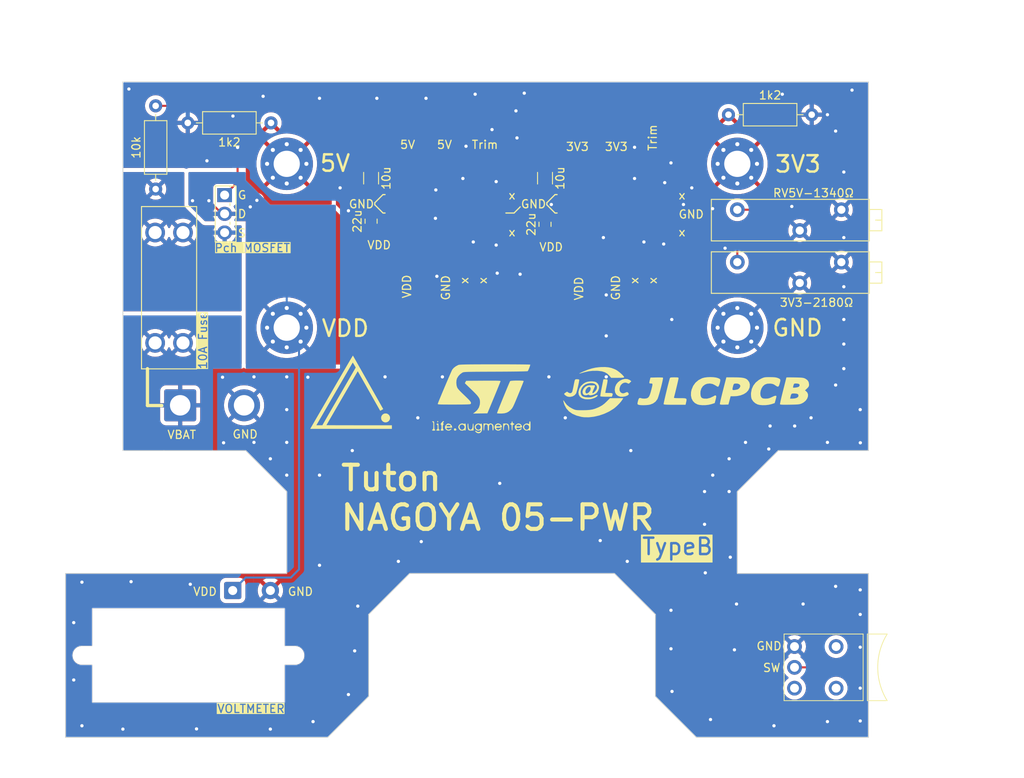
<source format=kicad_pcb>
(kicad_pcb (version 20221018) (generator pcbnew)
  (layers (0 "F.Cu" signal) (31 "B.Cu" signal) (34 "B.Paste" user) (35 "F.Paste" user) (36 "B.SilkS" user "B.Silkscreen") (37 "F.SilkS" user "F.Silkscreen") (38 "B.Mask" user) (39 "F.Mask" user) (44 "Edge.Cuts" user))
  (net 0 "")
  (net 1 "VDD")
  (net 2 "GND")
  (net 3 "+3V3")
  (net 4 "+5V")
  (net 5 "Net-(Q1-S)")
  (net 6 "Net-(J2-Pin_1)")
  (net 7 "Net-(Q1-G)")
  (net 8 "Net-(U2-Trim)")
  (net 9 "Net-(U1-Trim)")
  (footprint "Capacitor_SMD:C_0805_2012Metric_Pad1.18x1.45mm_HandSolder" (layer "F.Cu") (at 60.298 87 90)
    (fp_text reference "22u" (at 0 -1.68 90) (layer "F.SilkS"))
    (fp_text value "22uF")
    (pad "1" smd roundrect (at -1.0375 0 90) (size 1.175 1.45) (layers "F.Cu" "F.Paste" "F.Mask") (roundrect_rratio 0.2127659574) (net 1 "VDD"))
    (pad "2" smd roundrect (at 1.0375 0 90) (size 1.175 1.45) (layers "F.Cu" "F.Paste" "F.Mask") (roundrect_rratio 0.2127659574) (net 2 "GND"))
  )
  (footprint "Capacitor_SMD:C_0805_2012Metric_Pad1.18x1.45mm_HandSolder" (layer "F.Cu") (at 81.526 87.38 90)
    (fp_text reference "22u" (at 0 -1.68 90) (layer "F.SilkS"))
    (fp_text value "22uF")
    (pad "1" smd roundrect (at -1.0375 0 90) (size 1.175 1.45) (layers "F.Cu" "F.Paste" "F.Mask") (roundrect_rratio 0.2127659574) (net 1 "VDD"))
    (pad "2" smd roundrect (at 1.0375 0 90) (size 1.175 1.45) (layers "F.Cu" "F.Paste" "F.Mask") (roundrect_rratio 0.2127659574) (net 2 "GND"))
  )
  (footprint "Akiduki:FUSE_3557-15" (layer "F.Cu") (at 35.638 95.119 -90)
    (fp_text reference "F1" hide)
    (fp_text value "Fuse" hide)
    (pad "1" thru_hole circle (at -6.735 -1.7 270) (size 2.4 2.4) (drill 1.6) (layers "*.Cu" "*.Mask") (net 5 "Net-(Q1-S)"))
    (pad "1" thru_hole circle (at -6.735 1.7 270) (size 2.4 2.4) (drill 1.6) (layers "*.Cu" "*.Mask") (net 5 "Net-(Q1-S)"))
    (pad "2" thru_hole circle (at 6.735 -1.7 270) (size 2.4 2.4) (drill 1.6) (layers "*.Cu" "*.Mask") (net 6 "Net-(J2-Pin_1)"))
    (pad "2" thru_hole circle (at 6.735 1.7 270) (size 2.4 2.4) (drill 1.6) (layers "*.Cu" "*.Mask") (net 6 "Net-(J2-Pin_1)"))
  )
  (footprint "Resistor_THT:R_Axial_DIN0207_L6.3mm_D2.5mm_P10.16mm_Horizontal" (layer "F.Cu") (at 34 83.08 90)
    (fp_text reference "10k" (at 5.08 -2.37 90) (layer "F.SilkS"))
    (fp_text value "10k")
    (pad "1" thru_hole circle (at 0 0 90) (size 1.6 1.6) (drill 0.8) (layers "*.Cu" "*.Mask") (net 5 "Net-(Q1-S)"))
    (pad "2" thru_hole oval (at 10.16 0 90) (size 1.6 1.6) (drill 0.8) (layers "*.Cu" "*.Mask") (net 7 "Net-(Q1-G)"))
  )
  (footprint "MountingHole:MountingHole_3.2mm_M3_Pad_Via" (layer "F.Cu") (at 105 100)
    (fp_text reference "H2" hide)
    (fp_text value "ToMainGND" hide)
    (pad "1" thru_hole circle (at -2.4 0) (size 0.8 0.8) (drill 0.5) (layers "*.Cu" "*.Mask") (net 2 "GND"))
    (pad "1" thru_hole circle (at -1.697056 -1.697056) (size 0.8 0.8) (drill 0.5) (layers "*.Cu" "*.Mask") (net 2 "GND"))
    (pad "1" thru_hole circle (at -1.697056 1.697056) (size 0.8 0.8) (drill 0.5) (layers "*.Cu" "*.Mask") (net 2 "GND"))
    (pad "1" thru_hole circle (at 0 -2.4) (size 0.8 0.8) (drill 0.5) (layers "*.Cu" "*.Mask") (net 2 "GND"))
    (pad "1" thru_hole circle (at 0 0) (size 6.4 6.4) (drill 3.2) (layers "*.Cu" "*.Mask") (net 2 "GND"))
    (pad "1" thru_hole circle (at 0 2.4) (size 0.8 0.8) (drill 0.5) (layers "*.Cu" "*.Mask") (net 2 "GND"))
    (pad "1" thru_hole circle (at 1.697056 -1.697056) (size 0.8 0.8) (drill 0.5) (layers "*.Cu" "*.Mask") (net 2 "GND"))
    (pad "1" thru_hole circle (at 1.697056 1.697056) (size 0.8 0.8) (drill 0.5) (layers "*.Cu" "*.Mask") (net 2 "GND"))
    (pad "1" thru_hole circle (at 2.4 0) (size 0.8 0.8) (drill 0.5) (layers "*.Cu" "*.Mask") (net 2 "GND"))
  )
  (footprint "Resistor_THT:R_Axial_DIN0207_L6.3mm_D2.5mm_P10.16mm_Horizontal" (layer "F.Cu") (at 103.92 74)
    (fp_text reference "1k2" (at 5.08 -2.37) (layer "F.SilkS"))
    (fp_text value "1.2k")
    (pad "1" thru_hole circle (at 0 0) (size 1.6 1.6) (drill 0.8) (layers "*.Cu" "*.Mask") (net 3 "+3V3"))
    (pad "2" thru_hole oval (at 10.16 0) (size 1.6 1.6) (drill 0.8) (layers "*.Cu" "*.Mask") (net 2 "GND"))
  )
  (footprint "Resistor_THT:R_Axial_DIN0207_L6.3mm_D2.5mm_P10.16mm_Horizontal" (layer "F.Cu") (at 48.08 75 180)
    (fp_text reference "1k2" (at 5.08 -2.37) (layer "F.SilkS"))
    (fp_text value "1.2k")
    (pad "1" thru_hole circle (at 0 0 180) (size 1.6 1.6) (drill 0.8) (layers "*.Cu" "*.Mask") (net 4 "+5V"))
    (pad "2" thru_hole oval (at 10.16 0 180) (size 1.6 1.6) (drill 0.8) (layers "*.Cu" "*.Mask") (net 2 "GND"))
  )
  (footprint "Potentiometer_THT:Potentiometer_Bourns_3006P_Horizontal" (layer "F.Cu") (at 105 85.6 180)
    (fp_text reference "RV5V-1340Ω" (at -9.3 2.034) (layer "F.SilkS"))
    (fp_text value "3kΩ")
    (pad "1" thru_hole circle (at 0 0 180) (size 1.8 1.8) (drill 1) (layers "*.Cu" "*.Mask") (net 8 "Net-(U2-Trim)"))
    (pad "2" thru_hole circle (at -7.62 -2.54 180) (size 1.8 1.8) (drill 1) (layers "*.Cu" "*.Mask") (net 2 "GND"))
    (pad "3" thru_hole circle (at -12.7 0 180) (size 1.8 1.8) (drill 1) (layers "*.Cu" "*.Mask") (net 2 "GND"))
  )
  (footprint "logo:st_logo_middle" (layer "F.Cu") (at 73.75 108.65)
    (fp_text reference "G***" hide)
    (fp_text value "LOGO" hide)
  )
  (footprint "Akiduki:OKL-T6-W12N-C-SMD" (layer "F.Cu") (at 69.342 86.106 90)
    (fp_text reference "U2" hide)
    (fp_text value "~" hide)
    (pad "1" smd rect (at -5.6 0 90) (size 3 1.2) (layers "F.Cu" "F.Paste" "F.Mask") (net 2 "GND"))
    (pad "2" smd rect (at -5.6 -4.58 90) (size 3 1.2) (layers "F.Cu" "F.Paste" "F.Mask") (net 1 "VDD"))
    (pad "2" smd rect (at -3.6576 -4.58 90) (size 4 2) (layers "F.Cu" "F.Paste" "F.Mask") (net 1 "VDD"))
    (pad "2" smd rect (at -2.29 -5.6 90) (size 1.2 3) (layers "F.Cu" "F.Paste" "F.Mask") (net 1 "VDD"))
    (pad "3" smd rect (at 0 -5.6 90) (size 1.2 3) (layers "F.Cu" "F.Paste" "F.Mask") (net 2 "GND"))
    (pad "3" smd rect (at 1.14735 -4.58) (size 1.77 4.1121) (layers "F.Cu" "F.Paste" "F.Mask") (net 2 "GND"))
    (pad "3" smd rect (at 2.29 -5.6 90) (size 1.2 3) (layers "F.Cu" "F.Paste" "F.Mask") (net 2 "GND"))
    (pad "4" smd rect (at 4.7244 -3.4798 180) (size 4.17 1.862) (layers "F.Cu" "F.Paste" "F.Mask") (net 4 "+5V"))
    (pad "4" smd rect (at 5.6 -4.58 90) (size 3 1.2) (layers "F.Cu" "F.Paste" "F.Mask") (net 4 "+5V"))
    (pad "5" smd rect (at 5.6 0 90) (size 3 1.2) (layers "F.Cu" "F.Paste" "F.Mask") (net 4 "+5V"))
    (pad "6" smd rect (at 5.6 4.58 90) (size 3 1.2) (layers "F.Cu" "F.Paste" "F.Mask") (net 8 "Net-(U2-Trim)"))
    (pad "7" smd rect (at 0 5.6 90) (size 1.2 3) (layers "F.Cu" "F.Paste" "F.Mask") (net 2 "GND"))
    (pad "8" smd rect (at -2.29 5.6 90) (size 1.2 3) (layers "F.Cu" "F.Paste" "F.Mask"))
    (pad "9" smd rect (at -5.6 4.58 90) (size 3 1.2) (layers "F.Cu" "F.Paste" "F.Mask"))
    (pad "10" smd rect (at -5.6 2.29 90) (size 3 1.2) (layers "F.Cu" "F.Paste" "F.Mask"))
    (pad "11" smd rect (at 6.35 2.29 90) (size 1.5 1.2) (layers "F.Cu" "F.Paste" "F.Mask"))
    (pad "12" smd rect (at 2.29 5.6 90) (size 1.2 3) (layers "F.Cu" "F.Paste" "F.Mask"))
  )
  (footprint "Package_TO_SOT_THT:TO-251-3_Vertical" (layer "F.Cu") (at 42.418 83.812 -90)
    (fp_text reference "Q1" hide)
    (fp_text value "Q_PMOS_GDS" hide)
    (pad "1" thru_hole rect (at 0 0 270) (size 1.7175 1.8) (drill 1.1) (layers "*.Cu" "*.Mask") (net 7 "Net-(Q1-G)"))
    (pad "2" thru_hole oval (at 2.29 0 270) (size 1.7175 1.8) (drill 1.1) (layers "*.Cu" "*.Mask") (net 1 "VDD"))
    (pad "3" thru_hole oval (at 4.58 0 270) (size 1.7175 1.8) (drill 1.1) (layers "*.Cu" "*.Mask") (net 5 "Net-(Q1-S)"))
  )
  (footprint "MountingHole:MountingHole_3.2mm_M3_Pad_Via" (layer "F.Cu") (at 50 80)
    (fp_text reference "H4" hide)
    (fp_text value "ToMain5V" hide)
    (pad "1" thru_hole circle (at -2.4 0) (size 0.8 0.8) (drill 0.5) (layers "*.Cu" "*.Mask") (net 4 "+5V"))
    (pad "1" thru_hole circle (at -1.697056 -1.697056) (size 0.8 0.8) (drill 0.5) (layers "*.Cu" "*.Mask") (net 4 "+5V"))
    (pad "1" thru_hole circle (at -1.697056 1.697056) (size 0.8 0.8) (drill 0.5) (layers "*.Cu" "*.Mask") (net 4 "+5V"))
    (pad "1" thru_hole circle (at 0 -2.4) (size 0.8 0.8) (drill 0.5) (layers "*.Cu" "*.Mask") (net 4 "+5V"))
    (pad "1" thru_hole circle (at 0 0) (size 6.4 6.4) (drill 3.2) (layers "*.Cu" "*.Mask") (net 4 "+5V"))
    (pad "1" thru_hole circle (at 0 2.4) (size 0.8 0.8) (drill 0.5) (layers "*.Cu" "*.Mask") (net 4 "+5V"))
    (pad "1" thru_hole circle (at 1.697056 -1.697056) (size 0.8 0.8) (drill 0.5) (layers "*.Cu" "*.Mask") (net 4 "+5V"))
    (pad "1" thru_hole circle (at 1.697056 1.697056) (size 0.8 0.8) (drill 0.5) (layers "*.Cu" "*.Mask") (net 4 "+5V"))
    (pad "1" thru_hole circle (at 2.4 0) (size 0.8 0.8) (drill 0.5) (layers "*.Cu" "*.Mask") (net 4 "+5V"))
  )
  (footprint "Akiduki:AkizukiSmallRockerSwitchHorizontal" (layer "F.Cu") (at 111.979859 141.46 90)
    (fp_text reference "SW1" hide)
    (fp_text value "SW_SPST" hide)
    (pad "" thru_hole circle (at -2.54 5.08 90) (size 1.8 1.8) (drill 1.09) (layers "*.Cu" "*.Mask"))
    (pad "" thru_hole circle (at 2.54 5.08 90) (size 1.8 1.8) (drill 1.09) (layers "*.Cu" "*.Mask"))
    (pad "1" thru_hole circle (at 2.54 0 90) (size 1.8 1.8) (drill 1.09) (layers "*.Cu" "*.Mask") (net 2 "GND"))
    (pad "2" thru_hole circle (at 0 0 90) (size 1.8 1.8) (drill 1.09) (layers "*.Cu" "*.Mask") (net 7 "Net-(Q1-G)"))
    (pad "3" thru_hole circle (at -2.54 0 90) (size 1.8 1.8) (drill 1.09) (layers "*.Cu" "*.Mask"))
  )
  (footprint "Capacitor_SMD:C_1206_3216Metric_Pad1.33x1.80mm_HandSolder" (layer "F.Cu") (at 60.298 81.7495 -90)
    (fp_text reference "10u" (at 0 -1.85 -90) (layer "F.SilkS"))
    (fp_text value "10uF")
    (pad "1" smd roundrect (at -1.5625 0 270) (size 1.325 1.8) (layers "F.Cu" "F.Paste" "F.Mask") (roundrect_rratio 0.1886792453) (net 4 "+5V"))
    (pad "2" smd roundrect (at 1.5625 0 270) (size 1.325 1.8) (layers "F.Cu" "F.Paste" "F.Mask") (roundrect_rratio 0.1886792453) (net 2 "GND"))
  )
  (footprint "MountingHole:MountingHole_3.2mm_M3_Pad_Via" (layer "F.Cu") (at 50 100)
    (fp_text reference "H1" hide)
    (fp_text value "ToMainVDD" hide)
    (pad "1" thru_hole circle (at -2.4 0) (size 0.8 0.8) (drill 0.5) (layers "*.Cu" "*.Mask") (net 1 "VDD"))
    (pad "1" thru_hole circle (at -1.697056 -1.697056) (size 0.8 0.8) (drill 0.5) (layers "*.Cu" "*.Mask") (net 1 "VDD"))
    (pad "1" thru_hole circle (at -1.697056 1.697056) (size 0.8 0.8) (drill 0.5) (layers "*.Cu" "*.Mask") (net 1 "VDD"))
    (pad "1" thru_hole circle (at 0 -2.4) (size 0.8 0.8) (drill 0.5) (layers "*.Cu" "*.Mask") (net 1 "VDD"))
    (pad "1" thru_hole circle (at 0 0) (size 6.4 6.4) (drill 3.2) (layers "*.Cu" "*.Mask") (net 1 "VDD"))
    (pad "1" thru_hole circle (at 0 2.4) (size 0.8 0.8) (drill 0.5) (layers "*.Cu" "*.Mask") (net 1 "VDD"))
    (pad "1" thru_hole circle (at 1.697056 -1.697056) (size 0.8 0.8) (drill 0.5) (layers "*.Cu" "*.Mask") (net 1 "VDD"))
    (pad "1" thru_hole circle (at 1.697056 1.697056) (size 0.8 0.8) (drill 0.5) (layers "*.Cu" "*.Mask") (net 1 "VDD"))
    (pad "1" thru_hole circle (at 2.4 0) (size 0.8 0.8) (drill 0.5) (layers "*.Cu" "*.Mask") (net 1 "VDD"))
  )
  (footprint "Connector_Wire:SolderWire-2sqmm_1x02_P7.8mm_D2mm_OD3.9mm" (layer "F.Cu") (at 36.994 109.474)
    (fp_text reference "J2" hide)
    (fp_text value "Battery" hide)
    (pad "1" thru_hole roundrect (at 0 0) (size 3.9 3.9) (drill 2.5) (layers "*.Cu" "*.Mask") (roundrect_rratio 0.06410307692) (net 6 "Net-(J2-Pin_1)"))
    (pad "2" thru_hole circle (at 7.8 0) (size 3.9 3.9) (drill 2.5) (layers "*.Cu" "*.Mask") (net 2 "GND"))
  )
  (footprint "logo:tuton_logo" (layer "F.Cu") (at 57.85 107.85)
    (fp_text reference "G***" hide)
    (fp_text value "LOGO" hide)
  )
  (footprint "Capacitor_SMD:C_1206_3216Metric_Pad1.33x1.80mm_HandSolder" (layer "F.Cu") (at 81.526 81.7495 -90)
    (fp_text reference "10u" (at 0 -1.85 -90) (layer "F.SilkS"))
    (fp_text value "10uF")
    (pad "1" smd roundrect (at -1.5625 0 270) (size 1.325 1.8) (layers "F.Cu" "F.Paste" "F.Mask") (roundrect_rratio 0.1886792453) (net 3 "+3V3"))
    (pad "2" smd roundrect (at 1.5625 0 270) (size 1.325 1.8) (layers "F.Cu" "F.Paste" "F.Mask") (roundrect_rratio 0.1886792453) (net 2 "GND"))
  )
  (footprint "MountingHole:MountingHole_3.2mm_M3_Pad_Via" (layer "F.Cu") (at 105 80)
    (fp_text reference "H3" hide)
    (fp_text value "ToMain3V3" hide)
    (pad "1" thru_hole circle (at -2.4 0) (size 0.8 0.8) (drill 0.5) (layers "*.Cu" "*.Mask") (net 3 "+3V3"))
    (pad "1" thru_hole circle (at -1.697056 -1.697056) (size 0.8 0.8) (drill 0.5) (layers "*.Cu" "*.Mask") (net 3 "+3V3"))
    (pad "1" thru_hole circle (at -1.697056 1.697056) (size 0.8 0.8) (drill 0.5) (layers "*.Cu" "*.Mask") (net 3 "+3V3"))
    (pad "1" thru_hole circle (at 0 -2.4) (size 0.8 0.8) (drill 0.5) (layers "*.Cu" "*.Mask") (net 3 "+3V3"))
    (pad "1" thru_hole circle (at 0 0) (size 6.4 6.4) (drill 3.2) (layers "*.Cu" "*.Mask") (net 3 "+3V3"))
    (pad "1" thru_hole circle (at 0 2.4) (size 0.8 0.8) (drill 0.5) (layers "*.Cu" "*.Mask") (net 3 "+3V3"))
    (pad "1" thru_hole circle (at 1.697056 -1.697056) (size 0.8 0.8) (drill 0.5) (layers "*.Cu" "*.Mask") (net 3 "+3V3"))
    (pad "1" thru_hole circle (at 1.697056 1.697056) (size 0.8 0.8) (drill 0.5) (layers "*.Cu" "*.Mask") (net 3 "+3V3"))
    (pad "1" thru_hole circle (at 2.4 0) (size 0.8 0.8) (drill 0.5) (layers "*.Cu" "*.Mask") (net 3 "+3V3"))
  )
  (footprint "Connector_Wire:SolderWire-0.5sqmm_1x02_P4.6mm_D0.9mm_OD2.1mm" (layer "F.Cu") (at 43.406 132.08)
    (fp_text reference "J1" hide)
    (fp_text value "voltmeter" hide)
    (pad "1" thru_hole roundrect (at 0 0) (size 2.1 2.1) (drill 1.1) (layers "*.Cu" "*.Mask") (roundrect_rratio 0.1190480952) (net 1 "VDD"))
    (pad "2" thru_hole circle (at 4.6 0) (size 2.1 2.1) (drill 1.1) (layers "*.Cu" "*.Mask") (net 2 "GND"))
  )
  (footprint "Akiduki:Voltmeter" (layer "F.Cu") (at 38 140)
    (fp_text reference "REF**" hide)
    (fp_text value "voltmeter" hide)
    (fp_line (start -13 -1.15) (end -11.75 -1.15) (stroke (width 0.05)) (layer "Edge.Cuts"))
    (fp_line (start -11.75 -5.75) (end 11.75 -5.75) (stroke (width 0.05)) (layer "Edge.Cuts"))
    (fp_line (start -11.75 -1.15) (end -11.75 -5.75) (stroke (width 0.05)) (layer "Edge.Cuts"))
    (fp_line (start -11.75 1.15) (end -13 1.15) (stroke (width 0.05)) (layer "Edge.Cuts"))
    (fp_line (start -11.75 5.75) (end -11.75 1.15) (stroke (width 0.05)) (layer "Edge.Cuts"))
    (fp_line (start 11.75 -5.75) (end 11.75 -1.15) (stroke (width 0.05)) (layer "Edge.Cuts"))
    (fp_line (start 11.75 -1.15) (end 13 -1.15) (stroke (width 0.05)) (layer "Edge.Cuts"))
    (fp_line (start 11.75 1.15) (end 11.75 5.75) (stroke (width 0.05)) (layer "Edge.Cuts"))
    (fp_line (start 11.75 5.75) (end -11.75 5.75) (stroke (width 0.05)) (layer "Edge.Cuts"))
    (fp_line (start 13 1.15) (end 11.75 1.15) (stroke (width 0.05)) (layer "Edge.Cuts"))
    (fp_arc (start -13 1.15) (mid -14.15 0) (end -13 -1.15) (stroke (width 0.05)) (layer "Edge.Cuts"))
    (fp_arc (start 13 -1.15) (mid 14.15 0) (end 13 1.15) (stroke (width 0.05)) (layer "Edge.Cuts"))
  )
  (footprint "Akiduki:OKL-T6-W12N-C-SMD" (layer "F.Cu") (at 90.17 86.106 90)
    (fp_text reference "U1" hide)
    (fp_text value "~" hide)
    (pad "1" smd rect (at -5.6 0 90) (size 3 1.2) (layers "F.Cu" "F.Paste" "F.Mask") (net 2 "GND"))
    (pad "2" smd rect (at -5.6 -4.58 90) (size 3 1.2) (layers "F.Cu" "F.Paste" "F.Mask") (net 1 "VDD"))
    (pad "2" smd rect (at -3.6576 -4.58 90) (size 4 2) (layers "F.Cu" "F.Paste" "F.Mask") (net 1 "VDD"))
    (pad "2" smd rect (at -2.29 -5.6 90) (size 1.2 3) (layers "F.Cu" "F.Paste" "F.Mask") (net 1 "VDD"))
    (pad "3" smd rect (at 0 -5.6 90) (size 1.2 3) (layers "F.Cu" "F.Paste" "F.Mask") (net 2 "GND"))
    (pad "3" smd rect (at 1.14735 -4.58) (size 1.77 4.1121) (layers "F.Cu" "F.Paste" "F.Mask") (net 2 "GND"))
    (pad "3" smd rect (at 2.29 -5.6 90) (size 1.2 3) (layers "F.Cu" "F.Paste" "F.Mask") (net 2 "GND"))
    (pad "4" smd rect (at 4.7244 -3.4798 180) (size 4.17 1.862) (layers "F.Cu" "F.Paste" "F.Mask") (net 3 "+3V3"))
    (pad "4" smd rect (at 5.6 -4.58 90) (size 3 1.2) (layers "F.Cu" "F.Paste" "F.Mask") (net 3 "+3V3"))
    (pad "5" smd rect (at 5.6 0 90) (size 3 1.2) (layers "F.Cu" "F.Paste" "F.Mask") (net 3 "+3V3"))
    (pad "6" smd rect (at 5.6 4.58 90) (size 3 1.2) (layers "F.Cu" "F.Paste" "F.Mask") (net 9 "Net-(U1-Trim)"))
    (pad "7" smd rect (at 0 5.6 90) (size 1.2 3) (layers "F.Cu" "F.Paste" "F.Mask") (net 2 "GND"))
    (pad "8" smd rect (at -2.29 5.6 90) (size 1.2 3) (layers "F.Cu" "F.Paste" "F.Mask"))
    (pad "9" smd rect (at -5.6 4.58 90) (size 3 1.2) (layers "F.Cu" "F.Paste" "F.Mask"))
    (pad "10" smd rect (at -5.6 2.29 90) (size 3 1.2) (layers "F.Cu" "F.Paste" "F.Mask"))
    (pad "11" smd rect (at 6.35 2.29 90) (size 1.5 1.2) (layers "F.Cu" "F.Paste" "F.Mask"))
    (pad "12" smd rect (at 2.29 5.6 90) (size 1.2 3) (layers "F.Cu" "F.Paste" "F.Mask"))
  )
  (footprint "logo:jlcpcb_logo_big" (layer "F.Cu") (at 98.75 107.85)
    (fp_text reference "G***" hide)
    (fp_text value "LOGO" hide)
  )
  (footprint "Potentiometer_THT:Potentiometer_Bourns_3006P_Horizontal" (layer "F.Cu") (at 105 92 180)
    (fp_text reference "3V3-2180Ω" (at -9.681 -4.935) (layer "F.SilkS"))
    (fp_text value "3kΩ")
    (pad "1" thru_hole circle (at 0 0 180) (size 1.8 1.8) (drill 1) (layers "*.Cu" "*.Mask") (net 9 "Net-(U1-Trim)"))
    (pad "2" thru_hole circle (at -7.62 -2.54 180) (size 1.8 1.8) (drill 1) (layers "*.Cu" "*.Mask") (net 2 "GND"))
    (pad "3" thru_hole circle (at -12.7 0 180) (size 1.8 1.8) (drill 1) (layers "*.Cu" "*.Mask") (net 2 "GND"))
  )
  (gr_line (start 33 105) (end 33 109.5) (stroke (width 0.4)) (layer "F.SilkS"))
  (gr_line (start 77.75 86) (end 78.5 85.25) (stroke (width 0.15)) (layer "F.SilkS"))
  (gr_line (start 61.75 83.75) (end 60.75 84.75) (stroke (width 0.15)) (layer "F.SilkS"))
  (gr_line (start 33 109.5) (end 34.75 109.5) (stroke (width 0.4)) (layer "F.SilkS"))
  (gr_line (start 81.75 84.75) (end 81.75 85) (stroke (width 0.15)) (layer "F.SilkS"))
  (gr_line (start 76.75 86) (end 77.75 86) (stroke (width 0.15)) (layer "F.SilkS"))
  (gr_line (start 60.75 85) (end 61.75 86) (stroke (width 0.15)) (layer "F.SilkS"))
  (gr_line (start 82.75 86) (end 83 86) (stroke (width 0.15)) (layer "F.SilkS"))
  (gr_line (start 61.75 86) (end 62 86) (stroke (width 0.15)) (layer "F.SilkS"))
  (gr_line (start 81.75 85) (end 82.75 86) (stroke (width 0.15)) (layer "F.SilkS"))
  (gr_line (start 82.75 83.75) (end 81.75 84.75) (stroke (width 0.15)) (layer "F.SilkS"))
  (gr_line (start 60.75 84.75) (end 60.75 85) (stroke (width 0.15)) (layer "F.SilkS"))
  (gr_line (start 62 83.75) (end 61.75 83.75) (stroke (width 0.15)) (layer "F.SilkS"))
  (gr_line (start 83 83.75) (end 82.75 83.75) (stroke (width 0.15)) (layer "F.SilkS"))
  (gr_line (start 121 70) (end 30 70) (stroke (width 0.1)) (layer "Edge.Cuts"))
  (gr_line (start 95 145) (end 100 150) (stroke (width 0.1)) (layer "Edge.Cuts"))
  (gr_line (start 90 130) (end 95 135) (stroke (width 0.1)) (layer "Edge.Cuts"))
  (gr_line (start 23 130) (end 50 130) (stroke (width 0.1)) (layer "Edge.Cuts"))
  (gr_line (start 23 150) (end 23 130) (stroke (width 0.1)) (layer "Edge.Cuts"))
  (gr_line (start 23 150) (end 55 150) (stroke (width 0.1)) (layer "Edge.Cuts"))
  (gr_line (start 65 130) (end 90 130) (stroke (width 0.1)) (layer "Edge.Cuts"))
  (gr_line (start 121 115) (end 121 70) (stroke (width 0.1)) (layer "Edge.Cuts"))
  (gr_line (start 100 150) (end 121 150) (stroke (width 0.1)) (layer "Edge.Cuts"))
  (gr_line (start 110 115) (end 121 115) (stroke (width 0.1)) (layer "Edge.Cuts"))
  (gr_line (start 35 115) (end 45 115) (stroke (width 0.1)) (layer "Edge.Cuts"))
  (gr_line (start 55 150) (end 60 145) (stroke (width 0.1)) (layer "Edge.Cuts"))
  (gr_line (start 45 115) (end 50 120) (stroke (width 0.1)) (layer "Edge.Cuts"))
  (gr_line (start 105 120) (end 105 130) (stroke (width 0.1)) (layer "Edge.Cuts"))
  (gr_line (start 50 120) (end 50 130) (stroke (width 0.1)) (layer "Edge.Cuts"))
  (gr_line (start 60 135) (end 65 130) (stroke (width 0.1)) (layer "Edge.Cuts"))
  (gr_line (start 95 135) (end 95 145) (stroke (width 0.1)) (layer "Edge.Cuts"))
  (gr_line (start 121 130) (end 121 150) (stroke (width 0.1)) (layer "Edge.Cuts"))
  (gr_line (start 60 145) (end 60 135) (stroke (width 0.1)) (layer "Edge.Cuts"))
  (gr_line (start 30 70) (end 30 115) (stroke (width 0.1)) (layer "Edge.Cuts"))
  (gr_line (start 105 130) (end 121 130) (stroke (width 0.1)) (layer "Edge.Cuts"))
  (gr_line (start 110 115) (end 105 120) (stroke (width 0.1)) (layer "Edge.Cuts"))
  (gr_line (start 35 115) (end 30 115) (stroke (width 0.1)) (layer "Edge.Cuts"))
  (gr_text "x" (at 98.75 88 180) (layer "F.SilkS") (effects (font (size 1 1)) (justify left bottom)))
  (gr_text "x" (at 74.5 94.75 90) (layer "F.SilkS") (effects (font (size 1 1)) (justify left bottom)))
  (gr_text "GND" (at 50.05 132.8) (layer "F.SilkS") (effects (font (size 1 1)) (justify left bottom)))
  (gr_text "GND" (at 57.5 85.5) (layer "F.SilkS") (effects (font (size 1 1)) (justify left bottom)))
  (gr_text "GND" (at 90.75 96.75 90) (layer "F.SilkS") (effects (font (size 1 1)) (justify left bottom)))
  (gr_text "VDD" (at 54.1 101.25) (layer "F.SilkS") (effects (font (size 2 2) (thickness 0.3)) (justify left bottom)))
  (gr_text "Trim" (at 95.25 78.5 90) (layer "F.SilkS") (effects (font (size 1 1)) (justify left bottom)))
  (gr_text "Pch MOSFET" (at 41.1 90.85) (layer "F.SilkS" knockout) (effects (font (size 1 1)) (justify left bottom)))
  (gr_text "GND" (at 107.25 139.45) (layer "F.SilkS") (effects (font (size 1 1)) (justify left bottom)))
  (gr_text "GND" (at 109.1 101.2) (layer "F.SilkS") (effects (font (size 2 2) (thickness 0.3)) (justify left bottom)))
  (gr_text "VDD" (at 38.5 132.8) (layer "F.SilkS") (effects (font (size 1 1)) (justify left bottom)))
  (gr_text "5V" (at 53.9 81.1) (layer "F.SilkS") (effects (font (size 2 2) (thickness 0.3)) (justify left bottom)))
  (gr_text "5V" (at 63.75 78.25) (layer "F.SilkS") (effects (font (size 1 1)) (justify left bottom)))
  (gr_text "GND" (at 43.3 113.6) (layer "F.SilkS") (effects (font (size 1 1)) (justify left bottom)))
  (gr_text "x" (at 78 83.5 180) (layer "F.SilkS") (effects (font (size 1 1)) (justify left bottom)))
  (gr_text "10A Fuse" (at 40.35 105.15 90) (layer "F.SilkS" knockout) (effects (font (size 1 1)) (justify left bottom)))
  (gr_text "x" (at 93 94.75 90) (layer "F.SilkS") (effects (font (size 1 1)) (justify left bottom)))
  (gr_text "GND" (at 97.75 86.75) (layer "F.SilkS") (effects (font (size 1 1)) (justify left bottom)))
  (gr_text "VOLTMETER" (at 41.45 147.1) (layer "F.SilkS" knockout) (effects (font (size 1 1)) (justify left bottom)))
  (gr_text "3V3" (at 88.75 78.5) (layer "F.SilkS") (effects (font (size 1 1)) (justify left bottom)))
  (gr_text "TypeB" (at 93.218 127.889) (layer "F.SilkS" knockout) (effects (font (size 2 2) (thickness 0.3)) (justify left bottom)))
  (gr_text "SW" (at 108.05 142.1) (layer "F.SilkS") (effects (font (size 1 1)) (justify left bottom)))
  (gr_text "GND" (at 70 96.75 90) (layer "F.SilkS") (effects (font (size 1 1)) (justify left bottom)))
  (gr_text "x" (at 98.75 83.5 180) (layer "F.SilkS") (effects (font (size 1 1)) (justify left bottom)))
  (gr_text "VDD" (at 65.25 96.5 90) (layer "F.SilkS") (effects (font (size 1 1)) (justify left bottom)))
  (gr_text "G" (at 43.95 84.4) (layer "F.SilkS") (effects (font (size 1 1)) (justify left bottom)))
  (gr_text "GND" (at 78.5 85.5) (layer "F.SilkS") (effects (font (size 1 1)) (justify left bottom)))
  (gr_text "S" (at 43.95 89.05) (layer "F.SilkS") (effects (font (size 1 1)) (justify left bottom)))
  (gr_text "3V3" (at 84 78.5) (layer "F.SilkS") (effects (font (size 1 1)) (justify left bottom)))
  (gr_text "3V3" (at 109.45 81.2) (layer "F.SilkS") (effects (font (size 2 2) (thickness 0.3)) (justify left bottom)))
  (gr_text "D" (at 43.95 86.7) (layer "F.SilkS") (effects (font (size 1 1)) (justify left bottom)))
  (gr_text "Trim" (at 72.5 78.25) (layer "F.SilkS") (effects (font (size 1 1)) (justify left bottom)))
  (gr_text "VDD" (at 59.75 90.5) (layer "F.SilkS") (effects (font (size 1 1)) (justify left bottom)))
  (gr_text "VBAT" (at 35.35 113.65) (layer "F.SilkS") (effects (font (size 1 1)) (justify left bottom)))
  (gr_text "x" (at 72.25 94.75 90) (layer "F.SilkS") (effects (font (size 1 1)) (justify left bottom)))
  (gr_text "5V" (at 68.25 78.25) (layer "F.SilkS") (effects (font (size 1 1)) (justify left bottom)))
  (gr_text "VDD" (at 80.75 90.75) (layer "F.SilkS") (effects (font (size 1 1)) (justify left bottom)))
  (gr_text "x" (at 78 88 180) (layer "F.SilkS") (effects (font (size 1 1)) (justify left bottom)))
  (gr_text "Tuton \nNAGOYA 05-PWR" (at 56.35 124.95) (layer "F.SilkS") (effects (font (size 3 3) (thickness 0.5) bold) (justify left bottom)))
  (gr_text "x" (at 95.25 94.75 90) (layer "F.SilkS") (effects (font (size 1 1)) (justify left bottom)))
  (gr_text "VDD" (at 86.25 96.75 90) (layer "F.SilkS") (effects (font (size 1 1)) (justify left bottom)))
  (segment (start 62.738 94.234) (end 66.802 94.234) (width 0.25) (layer "F.Cu") (net 1))
  (segment (start 87.249 88.392) (end 87.249 91.948) (width 0.25) (layer "F.Cu") (net 1))
  (segment (start 64.762 91.706) (end 64.762 92.21) (width 0.25) (layer "F.Cu") (net 1))
  (segment (start 42.102 86.102) (end 40.5 84.5) (width 0.25) (layer "F.Cu") (net 1))
  (segment (start 87.249 91.948) (end 87.007 91.706) (width 0.25) (layer "F.Cu") (net 1))
  (segment (start 66.802 94.234) (end 66.929 94.107) (width 0.25) (layer "F.Cu") (net 1))
  (segment (start 85.59 91.706) (end 83.427 91.706) (width 0.25) (layer "F.Cu") (net 1))
  (segment (start 44.698 86.102) (end 42.418 86.102) (width 0.25) (layer "F.Cu") (net 1))
  (segment (start 64.762 92.21) (end 62.738 94.234) (width 0.25) (layer "F.Cu") (net 1))
  (segment (start 64.762 91.94) (end 66.294 93.472) (width 0.25) (layer "F.Cu") (net 1))
  (segment (start 63.869 91.706) (end 61.468 94.107) (width 0.25) (layer "F.Cu") (net 1))
  (segment (start 42.418 86.102) (end 42.102 86.102) (width 0.25) (layer "F.Cu") (net 1))
  (segment (start 45.55 85.25) (end 44.698 86.102) (width 0.25) (layer "F.Cu") (net 1))
  (segment (start 84.57 88.396) (end 87.245 88.396) (width 0.25) (layer "F.Cu") (net 1))
  (segment (start 63.742 88.396) (end 66.671 88.396) (width 0.25) (layer "F.Cu") (net 1))
  (segment (start 87.007 91.706) (end 85.59 91.706) (width 0.25) (layer "F.Cu") (net 1))
  (segment (start 87.245 88.396) (end 87.249 88.392) (width 0.25) (layer "F.Cu") (net 1))
  (segment (start 64.762 91.706) (end 63.869 91.706) (width 0.25) (layer "F.Cu") (net 1))
  (segment (start 64.762 91.706) (end 64.762 91.94) (width 0.25) (layer "F.Cu") (net 1))
  (segment (start 66.671 88.396) (end 66.802 88.265) (width 0.25) (layer "F.Cu") (net 1))
  (segment (start 83.427 91.706) (end 82.931 92.202) (width 0.25) (layer "F.Cu") (net 1))
  (via (at 40.5 84.5) (size 0.8) (drill 0.4) (layers "F.Cu" "B.Cu") (net 1))
  (via (at 45.55 85.25) (size 0.8) (drill 0.4) (layers "F.Cu" "B.Cu") (net 1))
  (via (at 38.5 84.5) (size 0.8) (drill 0.4) (layers "F.Cu" "B.Cu") (net 1))
  (via (at 46.355 84.455) (size 0.8) (drill 0.4) (layers "F.Cu" "B.Cu") (net 1))
  (segment (start 50.5 130.5) (end 51.5 129.5) (width 0.25) (layer "B.Cu") (net 1))
  (segment (start 46.25 85.25) (end 50 89) (width 0.25) (layer "B.Cu") (net 1))
  (segment (start 50 89) (end 50 100) (width 0.25) (layer "B.Cu") (net 1))
  (segment (start 44.986 130.5) (end 50.5 130.5) (width 0.25) (layer "B.Cu") (net 1))
  (segment (start 45.55 85.25) (end 46.25 85.25) (width 0.25) (layer "B.Cu") (net 1))
  (segment (start 51.5 101.5) (end 50 100) (width 0.25) (layer "B.Cu") (net 1))
  (segment (start 43.406 132.08) (end 44.986 130.5) (width 0.25) (layer "B.Cu") (net 1))
  (segment (start 51.5 129.5) (end 51.5 101.5) (width 0.25) (layer "B.Cu") (net 1))
  (segment (start 84.57 83.816) (end 83.443 83.816) (width 0.25) (layer "F.Cu") (net 2))
  (segment (start 64.762 84.95865) (end 61.595 84.95865) (width 0.25) (layer "F.Cu") (net 2))
  (segment (start 84.57 85.97865) (end 85.59 84.95865) (width 0.25) (layer "F.Cu") (net 2))
  (segment (start 82.30035 84.95865) (end 82.296 84.963) (width 0.25) (layer "F.Cu") (net 2))
  (segment (start 85.59 84.95865) (end 82.30035 84.95865) (width 0.25) (layer "F.Cu") (net 2))
  (segment (start 73.606 86.106) (end 74.942 86.106) (width 0.25) (layer "F.Cu") (net 2))
  (segment (start 84.57 83.816) (end 82.03 83.816) (width 0.25) (layer "F.Cu") (net 2))
  (segment (start 83.439 86.106) (end 82.296 84.963) (width 0.25) (layer "F.Cu") (net 2))
  (segment (start 82.03 83.816) (end 81.526 83.312) (width 0.25) (layer "F.Cu") (net 2))
  (segment (start 63.742 86.106) (end 62.611 86.106) (width 0.25) (layer "F.Cu") (net 2))
  (segment (start 63.742 83.816) (end 62.73765 83.816) (width 0.25) (layer "F.Cu") (net 2))
  (segment (start 60.354 86.106) (end 60.298 86.05) (width 0.25) (layer "F.Cu") (net 2))
  (segment (start 62.73765 83.816) (end 61.595 84.95865) (width 0.25) (layer "F.Cu") (net 2))
  (segment (start 60.802 83.816) (end 60.298 83.312) (width 0.25) (layer "F.Cu") (net 2))
  (segment (start 83.443 83.816) (end 82.296 84.963) (width 0.25) (layer "F.Cu") (net 2))
  (segment (start 60.96 84.455) (end 60.96 83.913) (width 0.25) (layer "F.Cu") (net 2))
  (segment (start 60.96 83.913) (end 60.298 83.251) (width 0.25) (layer "F.Cu") (net 2))
  (segment (start 63.742 83.816) (end 60.802 83.816) (width 0.25) (layer "F.Cu") (net 2))
  (segment (start 61.46365 84.95865) (end 60.96 84.455) (width 0.25) (layer "F.Cu") (net 2))
  (segment (start 84.57 86.106) (end 83.439 86.106) (width 0.25) (layer "F.Cu") (net 2))
  (segment (start 62.611 86.106) (end 60.96 84.455) (width 0.25) (layer "F.Cu") (net 2))
  (segment (start 61.595 84.95865) (end 61.46365 84.95865) (width 0.25) (layer "F.Cu") (net 2))
  (segment (start 84.57 86.106) (end 84.57 85.97865) (width 0.25) (layer "F.Cu") (net 2))
  (segment (start 63.742 86.106) (end 60.354 86.106) (width 0.25) (layer "F.Cu") (net 2))
  (via (at 62 106) (size 0.8) (drill 0.4) (layers "F.Cu" "B.Cu") (net 2))
  (via (at 46 114) (size 0.8) (drill 0.4) (layers "F.Cu" "B.Cu") (net 2))
  (via (at 68.15 86.65) (size 0.8) (drill 0.4) (layers "F.Cu" "B.Cu") (net 2))
  (via (at 38.989 148.971) (size 0.8) (drill 0.4) (layers "F.Cu" "B.Cu") (net 2))
  (via (at 56.515 82.931) (size 0.8) (drill 0.4) (layers "F.Cu" "B.Cu") (net 2))
  (via (at 43.434 74.168) (size 0.8) (drill 0.4) (layers "F.Cu" "B.Cu") (net 2))
  (via (at 24 143) (size 0.8) (drill 0.4) (layers "F.Cu" "B.Cu") (net 2))
  (via (at 52.578 106.045) (size 0.8) (drill 0.4) (layers "F.Cu" "B.Cu") (net 2))
  (via (at 30.734 70.866) (size 0.8) (drill 0.4) (layers "F.Cu" "B.Cu") (net 2))
  (via (at 50 118) (size 0.8) (drill 0.4) (layers "F.Cu" "B.Cu") (net 2))
  (via (at 99.441 82.931) (size 0.8) (drill 0.4) (layers "F.Cu" "B.Cu") (net 2))
  (via (at 92.456 77.978) (size 0.8) (drill 0.4) (layers "F.Cu" "B.Cu") (net 2))
  (via (at 117 131.572) (size 0.8) (drill 0.4) (layers "F.Cu" "B.Cu") (net 2))
  (via (at 82 106) (size 0.8) (drill 0.4) (layers "F.Cu" "B.Cu") (net 2))
  (via (at 119 71) (size 0.8) (drill 0.4) (layers "F.Cu" "B.Cu") (net 2))
  (via (at 47.117 71.755) (size 0.8) (drill 0.4) (layers "F.Cu" "B.Cu") (net 2))
  (via (at 104.14 128.016) (size 0.8) (drill 0.4) (layers "F.Cu" "B.Cu") (net 2))
  (via (at 76 119) (size 0.8) (drill 0.4) (layers "F.Cu" "B.Cu") (net 2))
  (via (at 77.978 73.533) (size 0.8) (drill 0.4) (layers "F.Cu" "B.Cu") (net 2))
  (via (at 118 99) (size 0.8) (drill 0.4) (layers "F.Cu" "B.Cu") (net 2))
  (via (at 66 111) (size 0.8) (drill 0.4) (layers "F.Cu" "B.Cu") (net 2))
  (via (at 75.057 75.819) (size 0.8) (drill 0.4) (layers "F.Cu" "B.Cu") (net 2))
  (via (at 71.501 81.788) (size 0.8) (drill 0.4) (layers "F.Cu" "B.Cu") (net 2))
  (via (at 118 105) (size 0.8) (drill 0.4) (layers "F.Cu" "B.Cu") (net 2))
  (via (at 120 110) (size 0.8) (drill 0.4) (layers "F.Cu" "B.Cu") (net 2))
  (via (at 91.567 128.524) (size 0.8) (drill 0.4) (layers "F.Cu" "B.Cu") (net 2))
  (via (at 25 131.064) (size 0.8) (drill 0.4) (layers "F.Cu" "B.Cu") (net 2))
  (via (at 84 111) (size 0.8) (drill 0.4) (layers "F.Cu" "B.Cu") (net 2))
  (via (at 42.164 106.045) (size 0.8) (drill 0.4) (layers "F.Cu" "B.Cu") (net 2))
  (via (at 118 89) (size 0.8) (drill 0.4) (layers "F.Cu" "B.Cu") (net 2))
  (via (at 104.648 139.319) (size 0.8) (drill 0.4) (layers "F.Cu" "B.Cu") (net 2))
  (via (at 101.092 129.921) (size 0.8) (drill 0.4) (layers "F.Cu" "B.Cu") (net 2))
  (via (at 58.674 133.985) (size 0.8) (drill 0.4) (layers "F.Cu" "B.Cu") (net 2))
  (via (at 46 106) (size 0.8) (drill 0.4) (layers "F.Cu" "B.Cu") (net 2))
  (via (at 98.425 84.963) (size 0.8) (drill 0.4) (layers "F.Cu" "B.Cu") (net 2))
  (via (at 103.505 90.297) (size 0.8) (drill 0.4) (layers "F.Cu" "B.Cu") (net 2))
  (via (at 101 120) (size 0.8) (drill 0.4) (layers "F.Cu" "B.Cu") (net 2))
  (via (at 24 136) (size 0.8) (drill 0.4) (layers "F.Cu" "B.Cu") (net 2))
  (via (at 96.012 89.789) (size 0.8) (drill 0.4) (layers "F.Cu" "B.Cu") (net 2))
  (via (at 42.291 114.046) (size 0.8) (drill 0.4) (layers "F.Cu" "B.Cu") (net 2))
  (via (at 67 72) (size 0.8) (drill 0.4) (layers "F.Cu" "B.Cu") (net 2))
  (via (at 31 131) (size 0.8) (drill 0.4) (layers "F.Cu" "B.Cu") (net 2))
  (via (at 54 118) (size 0.8) (drill 0.4) (layers "F.Cu" "B.Cu") (net 2))
  (via (at 106 114) (size 0.8) (drill 0.4) (layers "F.Cu" "B.Cu") (net 2))
  (via (at 104.902 133.731) (size 0.8) (drill 0.4) (layers "F.Cu" "B.Cu") (net 2))
  (via (at 58 115) (size 0.8) (drill 0.4) (layers "F.Cu" "B.Cu") (net 2))
  (via (at 68.326 93.726) (size 0.8) (drill 0.4) (layers "F.Cu" "B.Cu") (net 2))
  (via (at 38.227 131.318) (size 0.8) (drill 0.4) (layers "F.Cu" "B.Cu") (net 2))
  (via (at 78.486 93.472) (size 0.8) (drill 0.4) (layers "F.Cu" "B.Cu") (net 2))
  (via (at 117 107) (size 0.8) (drill 0.4) (layers "F.Cu" "B.Cu") (net 2))
  (via (at 88.265 125.984) (size 0.8) (drill 0.4) (layers "F.Cu" "B.Cu") (net 2))
  (via (at 78.105 76.835) (size 0.8) (drill 0.4) (layers "F.Cu" "B.Cu") (net 2))
  (via (at 101.727 147.828) (size 0.8) (drill 0.4) (layers "F.Cu" "B.Cu") (net 2))
  (via (at 66.421 126.111) (size 0.8) (drill 0.4) (layers "F.Cu" "B.Cu") (net 2))
  (via (at 54 72) (size 0.8) (drill 0.4) (layers "F.Cu" "B.Cu") (net 2))
  (via (at 120 132) (size 0.8) (drill 0.4) (layers "F.Cu" "B.Cu") (net 2))
  (via (at 108.839 114.808) (size 0.8) (drill 0.4) (layers "F.Cu" "B.Cu") (net 2))
  (via (at 118 81) (size 0.8) (drill 0.4) (layers "F.Cu" "B.Cu") (net 2))
  (via (at 110.49 71.501) (size 0.8) (drill 0.4) (layers "F.Cu" "B.Cu") (net 2))
  (via (at 104 116) (size 0.8) (drill 0.4) (layers "F.Cu" "B.Cu") (net 2))
  (via (at 88.65 89) (size 0.8) (drill 0.4) (layers "F.Cu" "B.Cu") (net 2))
  (via (at 75.692 93.345) (size 0.8) (drill 0.4) (layers "F.Cu" "B.Cu") (net 2))
  (via (at 54 129) (size 0.8) (drill 0.4) (layers "F.Cu" "B.Cu") (net 2))
  (via (at 102 118) (size 0.8) (drill 0.4) (layers "F.Cu" "B.Cu") (net 2))
  (via (at 48 116) (size 0.8) (drill 0.4) (layers "F.Cu" "B.Cu") (net 2))
  (via (at 96.901 134.493) (size 0.8) (drill 0.4) (layers "F.Cu" "B.Cu") (net 2))
  (via (at 118 102) (size 0.8) (drill 0.4) (layers "F.Cu" "B.Cu") (net 2))
  (via (at 111.65 85.2) (size 0.8) (drill 0.4) (layers "F.Cu" "B.Cu") (net 2))
  (via (at 114 111) (size 0.8) (drill 0.4) (layers "F.Cu" "B.Cu") (net 2))
  (via (at 97.028 144.399) (size 0.8) (drill 0.4) (layers "F.Cu" "B.Cu") (net 2))
  (via (at 93.599 89.535) (size 0.8) (drill 0.4) (layers "F.Cu" "B.Cu") (net 2))
  (via (at 30 149) (size 0.8) (drill 0.4) (layers "F.Cu" "B.Cu") (net 2))
  (via (at 63.627 128.524) (size 0.8) (drill 0.4) (layers "F.Cu" "B.Cu") (net 2))
  (via (at 117 76) (size 0.8) (drill 0.4) (layers "F.Cu" "B.Cu") (net 2))
  (via (at 120 139) (size 0.8) (drill 0.4) (layers "F.Cu" "B.Cu") (net 2))
  (via (at 109.474 148.59) (size 0.8) (drill 0.4) (layers "F.Cu" "B.Cu") (net 2))
  (via (at 116 148.082) (size 0.8) (drill 0.4) (layers "F.Cu" "B.Cu") (net 2))
  (via (at 96.139 82.296) (size 0.8) (drill 0.4) (layers "F.Cu" "B.Cu") (net 2))
  (via (at 97 99) (size 0.8) (drill 0.4) (layers "F.Cu" "B.Cu") (net 2))
  (via (at 58.293 139.446) (size 0.8) (drill 0.4) (layers "F.Cu" "B.Cu") (net 2))
  (via (at 101 124) (size 0.8) (drill 0.4) (layers "F.Cu" "B.Cu") (net 2))
  (via (at 118 95) (size 0.8) (drill 0.4) (layers "F.Cu" "B.Cu") (net 2))
  (via (at 120.015 114.046) (size 0.8) (drill 0.4) (layers "F.Cu" "B.Cu") (net 2))
  (via (at 82.296 84.963) (size 0.8) (drill 0.4) (layers "F.Cu" "B.Cu") (net 2))
  (via (at 92 115) (size 0.8) (drill 0.4) (layers "F.Cu" "B.Cu") (net 2))
  (via (at 48 149) (size 0.8) (drill 0.4) (layers "F.Cu" "B.Cu") (net 2))
  (via (at 25 148.59) (size 0.8) (drill 0.4) (layers "F.Cu" "B.Cu") (net 2))
  (via (at 78.994 71.374) (size 0.8) (drill 0.4) (layers "F.Cu" "B.Cu") (net 2))
  (via (at 109 112) (size 0.8) (drill 0.4) (layers "F.Cu" "B.Cu") (net 2))
  (via (at 71.882 77.851) (size 0.8) (drill 0.4) (layers "F.Cu" "B.Cu") (net 2))
  (via (at 120 144) (size 0.8) (drill 0.4) (layers "F.Cu" "B.Cu") (net 2))
  (via (at 96.901 79.883) (size 0.8) (drill 0.4) (layers "F.Cu" "B.Cu") (net 2))
  (via (at 72.771 89.535) (size 0.8) (drill 0.4) (layers "F.Cu" "B.Cu") (net 2))
  (via (at 50 110) (size 0.8) (drill 0.4) (layers "F.Cu" "B.Cu") (net 2))
  (via (at 73 71.501) (size 0.8) (drill 0.4) (layers "F.Cu" "B.Cu") (net 2))
  (via (at 92.456 81.788) (size 0.8) (drill 0.4) (layers "F.Cu" "B.Cu") (net 2))
  (via (at 57.531 144.78) (size 0.8) (drill 0.4) (layers "F.Cu" "B.Cu") (net 2))
  (via (at 53.213 148.082) (size 0.8) (drill 0.4) (layers "F.Cu" "B.Cu") (net 2))
  (via (at 89 96) (size 0.8) (drill 0.4) (layers "F.Cu" "B.Cu") (net 2))
  (via (at 75.565 82.169) (size 0.8) (drill 0.4) (layers "F.Cu" "B.Cu") (net 2))
  (via (at 112 112) (size 0.8) (drill 0.4) (layers "F.Cu" "B.Cu") (net 2))
  (via (at 116 74) (size 0.8) (drill 0.4) (layers "F.Cu" "B.Cu") (net 2))
  (via (at 104 120) (size 0.8) (drill 0.4) (layers "F.Cu" "B.Cu") (net 2))
  (via (at 101.981 85.471) (size 0.8) (drill 0.4) (layers "F.Cu" "B.Cu") (net 2))
  (via (at 120 148) (size 0.8) (drill 0.4) (layers "F.Cu" "B.Cu") (net 2))
  (via (at 44 78) (size 0.8) (drill 0.4) (layers "F.Cu" "B.Cu") (net 2))
  (via (at 68.199 83.185) (size 0.8) (drill 0.4) (layers "F.Cu" "B.Cu") (net 2))
  (via (at 69 106) (size 0.8) (drill 0.4) (layers "F.Cu" "B.Cu") (net 2))
  (via (at 89 106) (size 0.8) (drill 0.4) (layers "F.Cu" "B.Cu") (net 2))
  (via (at 57.531 85.725) (size 0.8) (drill 0.4) (layers "F.Cu" "B.Cu") (net 2))
  (via (at 75.565 89.916) (size 0.8) (drill 0.4) (layers "F.Cu" "B.Cu") (net 2))
  (via (at 40.259 79.629) (size 0.8) (drill 0.4) (layers "F.Cu" "B.Cu") (net 2))
  (via (at 113.03 133.731) (size 0.8) (drill 0.4) (layers "F.Cu" "B.Cu") (net 2))
  (via (at 50 114) (size 0.8) (drill 0.4) (layers "F.Cu" "B.Cu") (net 2))
  (via (at 120 135) (size 0.8) (drill 0.4) (layers "F.Cu" "B.Cu") (net 2))
  (via (at 116 114) (size 0.8) (drill 0.4) (layers "F.Cu" "B.Cu") (net 2))
  (via (at 96.901 139.192) (size 0.8) (drill 0.4) (layers "F.Cu" "B.Cu") (net 2))
  (via (at 61 72) (size 0.8) (drill 0.4) (layers "F.Cu" "B.Cu") (net 2))
  (via (at 89 101) (size 0.8) (drill 0.4) (layers "F.Cu" "B.Cu") (net 2))
  (via (at 50 106) (size 0.8) (drill 0.4) (layers "F.Cu" "B.Cu") (net 2))
  (segment (start 90.17 80.899) (end 89.662 81.407) (width 0.25) (layer "F.Cu") (net 3))
  (segment (start 89.662 81.407) (end 89.6366 81.3816) (width 0.25) (layer "F.Cu") (net 3))
  (segment (start 90.17 80.506) (end 90.17 80.899) (width 0.25) (layer "F.Cu") (net 3))
  (segment (start 89.6366 81.3816) (end 86.6902 81.3816) (width 0.25) (layer "F.Cu") (net 3))
  (segment (start 68.6054 81.3816) (end 65.8622 81.3816) (width 0.25) (layer "F.Cu") (net 4))
  (segment (start 69.342 80.506) (end 69.342 79.629) (width 0.25) (layer "F.Cu") (net 4))
  (segment (start 69.342 80.506) (end 69.342 80.645) (width 0.25) (layer "F.Cu") (net 4))
  (segment (start 69.342 79.629) (end 67.564 77.851) (width 0.25) (layer "F.Cu") (net 4))
  (segment (start 64.909 80.506) (end 64.762 80.506) (width 0.25) (layer "F.Cu") (net 4))
  (segment (start 69.342 80.645) (end 68.6054 81.3816) (width 0.25) (layer "F.Cu") (net 4))
  (segment (start 67.564 77.851) (end 64.909 80.506) (width 0.25) (layer "F.Cu") (net 4))
  (segment (start 44.725 72.275) (end 46.5 70.5) (width 0.25) (layer "F.Cu") (net 7))
  (segment (start 102.5 129) (end 105.5 132) (width 0.25) (layer "F.Cu") (net 7))
  (segment (start 115.5 70.5) (end 120 75) (width 0.25) (layer "F.Cu") (net 7))
  (segment (start 34 72.92) (end 44.08 72.92) (width 0.25) (layer "F.Cu") (net 7))
  (segment (start 113.54 141.46) (end 111.979859 141.46) (width 0.25) (layer "F.Cu") (net 7))
  (segment (start 44.08 72.92) (end 46.5 70.5) (width 0.25) (layer "F.Cu") (net 7))
  (segment (start 105.5 132) (end 113.5 132) (width 0.25) (layer "F.Cu") (net 7))
  (segment (start 120 75) (end 120 107) (width 0.25) (layer "F.Cu") (net 7))
  (segment (start 115 133.5) (end 115 140) (width 0.25) (layer "F.Cu") (net 7))
  (segment (start 120 107) (end 113.5 113.5) (width 0.25) (layer "F.Cu") (net 7))
  (segment (start 46.5 70.5) (end 115.5 70.5) (width 0.25) (layer "F.Cu") (net 7))
  (segment (start 42.418 83.812) (end 44 82.23) (width 0.25) (layer "F.Cu") (net 7))
  (segment (start 44 79.025305) (end 44.725 78.300305) (width 0.25) (layer "F.Cu") (net 7))
  (segment (start 113.5 113.5) (end 108.5 113.5) (width 0.25) (layer "F.Cu") (net 7))
  (segment (start 108.5 113.5) (end 102.5 119.5) (width 0.25) (layer "F.Cu") (net 7))
  (segment (start 102.5 119.5) (end 102.5 129) (width 0.25) (layer "F.Cu") (net 7))
  (segment (start 115 140) (end 113.54 141.46) (width 0.25) (layer "F.Cu") (net 7))
  (segment (start 113.5 132) (end 115 133.5) (width 0.25) (layer "F.Cu") (net 7))
  (segment (start 44 82.23) (end 44 79.025305) (width 0.25) (layer "F.Cu") (net 7))
  (segment (start 44.725 78.300305) (end 44.725 72.275) (width 0.25) (layer "F.Cu") (net 7))
  (segment (start 76.839653 72.39) (end 105.41 72.39) (width 0.25) (layer "F.Cu") (net 8))
  (segment (start 107.44 85.6) (end 105 85.6) (width 0.25) (layer "F.Cu") (net 8))
  (segment (start 73.922 75.307653) (end 76.839653 72.39) (width 0.25) (layer "F.Cu") (net 8))
  (segment (start 110.49 77.47) (end 110.49 82.55) (width 0.25) (layer "F.Cu") (net 8))
  (segment (start 105.41 72.39) (end 110.49 77.47) (width 0.25) (layer "F.Cu") (net 8))
  (segment (start 73.922 80.506) (end 73.922 75.307653) (width 0.25) (layer "F.Cu") (net 8))
  (segment (start 110.49 82.55) (end 107.44 85.6) (width 0.25) (layer "F.Cu") (net 8))
  (segment (start 94.75 80.506) (end 95.6 80.506) (width 0.25) (layer "F.Cu") (net 9))
  (segment (start 95.6 80.506) (end 105 89.906) (width 0.25) (layer "F.Cu") (net 9))
  (segment (start 105 89.906) (end 105 92) (width 0.25) (layer "F.Cu") (net 9))
  (zone (net 3) (net_name "+3V3") (layer "F.Cu") (priority 5) (connect_pads (clearance 0.5)) (min_thickness 0.25) (fill yes (thermal_gap 0.5) (thermal_bridge_width 0.5))
    (polygon (pts (xy 78 82.5) (xy 91.5 82.5) (xy 91.5 77) (xy 100 77) (xy 100 85) (xy 110.5 85) (xy 110.5 73) (xy 108.5 71) (xy 80.5 71) (xy 79 72.5) (xy 79 77) (xy 78 78) (xy 78 80)))
  )
  (zone (net 2) (net_name "GND") (layer "F.Cu") (priority 6) (connect_pads (clearance 0.5)) (min_thickness 0.25) (fill yes (thermal_gap 0.5) (thermal_bridge_width 0.5))
    (polygon (pts (xy 56 82.5) (xy 56 85) (xy 58 87) (xy 68 87) (xy 68 94) (xy 79 94) (xy 79 87) (xy 88 87) (xy 88 105) (xy 41 105) (xy 41 115) (xy 45 115) (xy 50 120) (xy 50 130) (xy 46 130) (xy 46 134) (xy 59.5 134) (xy 65 129) (xy 90 129) (xy 95 133.5) (xy 96.5 135) (xy 96.5 140) (xy 114.5 140) (xy 114.5 134) (xy 105.5 134) (xy 101.5 130) (xy 101.5 109.5) (xy 104 107) (xy 115 107) (xy 115 85) (xy 100 85) (xy 100 81) (xy 96.5 81) (xy 95 82.5)))
  )
  (zone (net 4) (net_name "+5V") (layer "F.Cu") (priority 4) (connect_pads (clearance 0.5)) (min_thickness 0.25) (fill yes (thermal_gap 0.5) (thermal_bridge_width 0.5))
    (polygon (pts (xy 45 82) (xy 48 85) (xy 56 85) (xy 56 82.5) (xy 57 82.5) (xy 70.5 82.5) (xy 70.5 74) (xy 47 74) (xy 45 76)))
  )
  (zone (net 1) (net_name "VDD") (layer "F.Cu") (priority 3) (connect_pads (clearance 0.5)) (min_thickness 0.25) (fill yes (thermal_gap 0.5) (thermal_bridge_width 0.5))
    (polygon (pts (xy 56 85) (xy 58 87) (xy 68 87) (xy 68 94) (xy 79 94) (xy 79 87) (xy 88 87) (xy 88 105) (xy 56 105) (xy 56 99)))
  )
  (zone (net 5) (net_name "Net-(Q1-S)") (layers "F&B.Cu") (priority 1) (connect_pads (clearance 0.5)) (min_thickness 0.25) (fill yes (thermal_gap 0.5) (thermal_bridge_width 0.5))
    (polygon (pts (xy 30 98) (xy 30 81) (xy 38 81) (xy 38 85) (xy 40 87) (xy 45 87) (xy 45 98)))
  )
  (zone (net 2) (net_name "GND") (layers "F&B.Cu") (connect_pads (clearance 0.5)) (min_thickness 0.25) (fill yes (thermal_gap 0.5) (thermal_bridge_width 0.5))
    (polygon (pts (xy 15 60) (xy 15 155) (xy 140 155) (xy 140 60)))
  )
  (zone (net 6) (net_name "Net-(J2-Pin_1)") (layers "F&B.Cu") (connect_pads (clearance 0.5)) (min_thickness 0.25) (fill yes (thermal_gap 0.5) (thermal_bridge_width 0.5))
    (polygon (pts (xy 45 98) (xy 45 105) (xy 41 105) (xy 41 115) (xy 30 115) (xy 30 98) (xy 41 98)))
  )
  (zone (net 1) (net_name "VDD") (layers "F&B.Cu") (priority 2) (connect_pads (clearance 0.5)) (min_thickness 0.25) (fill yes (thermal_gap 0.5) (thermal_bridge_width 0.5))
    (polygon (pts (xy 45 105) (xy 56 105) (xy 56 85) (xy 48 85) (xy 45 82) (xy 45 81) (xy 38 81) (xy 38 85) (xy 40 87) (xy 45 87)))
  )
)
</source>
